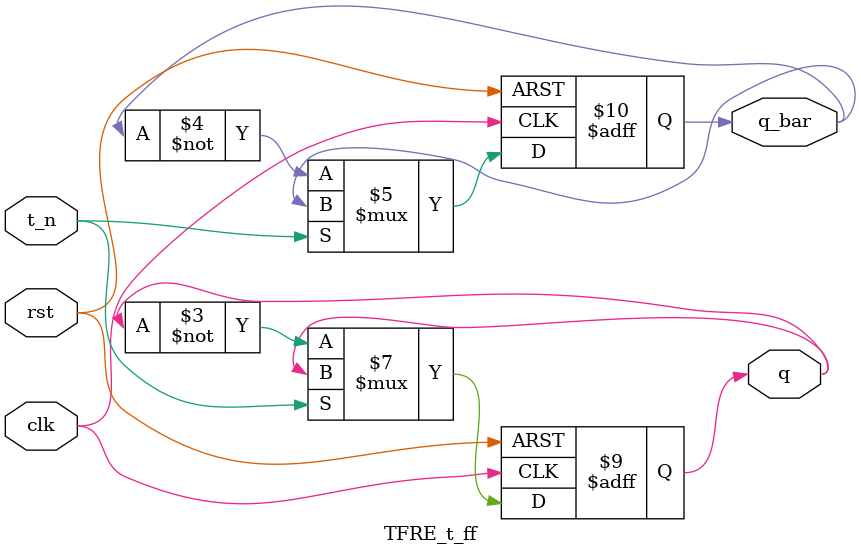
<source format=v>
module TFRE_t_ff(
				input clk,
				input rst,
				input t_n,
				output reg q,
				output reg q_bar
				);

always @(posedge clk or posedge rst)
begin
	if (rst)
	begin
		q <= 0;
		q_bar <= 1;  	
	end
	else if (~t_n)
	begin
		q <= ~q;
		q_bar <= ~q_bar;
	end
end

endmodule
</source>
